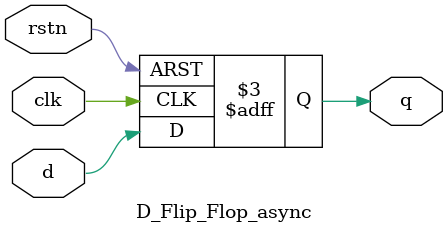
<source format=v>
`timescale 1ns / 1ps



// module for D flip flop with async reset
module D_Flip_Flop_async(input d, input rstn, input clk, output reg q);

always @(posedge clk or negedge rstn)
    if(!rstn)
        q <= 0;
    else
        q <= d;

endmodule

</source>
